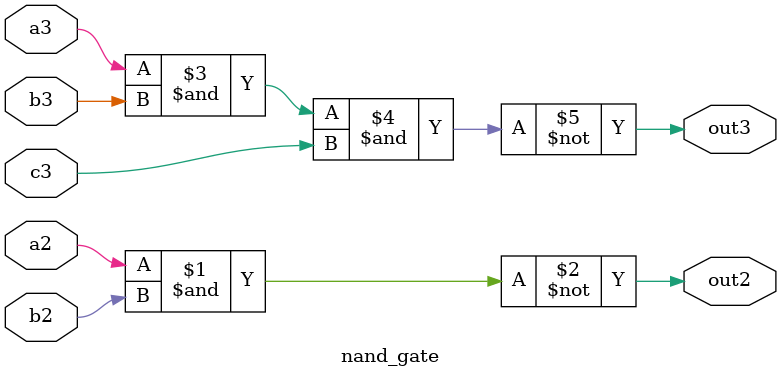
<source format=v>
module nand_gate(
    input a2, b2,
    input a3, b3, c3,
    output out2, out3
);

assign out2 = ~(a2 & b2);
assign out3 = ~(a3 & b3 & c3);

endmodule
</source>
